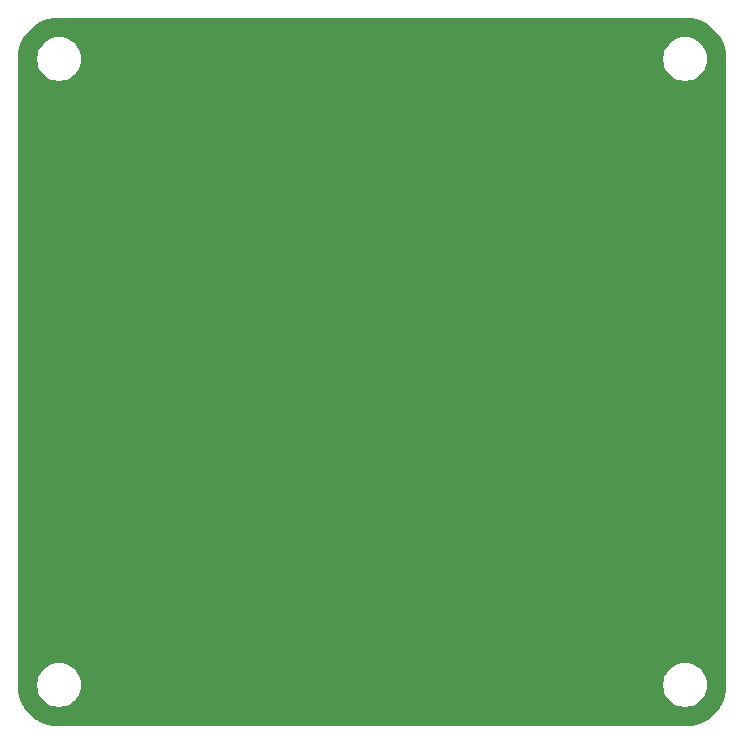
<source format=gbr>
%TF.GenerationSoftware,KiCad,Pcbnew,8.0.4*%
%TF.CreationDate,2024-08-27T17:02:55+01:00*%
%TF.ProjectId,Bottom Board,426f7474-6f6d-4204-926f-6172642e6b69,2*%
%TF.SameCoordinates,Original*%
%TF.FileFunction,Copper,L1,Top*%
%TF.FilePolarity,Positive*%
%FSLAX46Y46*%
G04 Gerber Fmt 4.6, Leading zero omitted, Abs format (unit mm)*
G04 Created by KiCad (PCBNEW 8.0.4) date 2024-08-27 17:02:55*
%MOMM*%
%LPD*%
G01*
G04 APERTURE LIST*
G04 APERTURE END LIST*
%TA.AperFunction,NonConductor*%
G36*
X131500840Y-40000010D02*
G01*
X131677619Y-40002323D01*
X131688938Y-40002990D01*
X132041445Y-40040040D01*
X132054252Y-40042070D01*
X132400130Y-40115588D01*
X132412665Y-40118947D01*
X132748965Y-40228218D01*
X132761082Y-40232869D01*
X133084131Y-40376698D01*
X133095679Y-40382583D01*
X133401918Y-40559390D01*
X133412800Y-40566457D01*
X133698877Y-40774304D01*
X133708960Y-40782469D01*
X133971742Y-41019079D01*
X133980920Y-41028257D01*
X134217530Y-41291039D01*
X134225698Y-41301126D01*
X134433540Y-41587196D01*
X134440609Y-41598081D01*
X134617412Y-41904312D01*
X134623305Y-41915877D01*
X134767130Y-42238917D01*
X134771781Y-42251034D01*
X134881052Y-42587334D01*
X134884411Y-42599871D01*
X134957928Y-42945741D01*
X134959959Y-42958560D01*
X134997008Y-43311051D01*
X134997676Y-43322391D01*
X134999989Y-43499159D01*
X135000000Y-43500781D01*
X135000000Y-96499218D01*
X134999989Y-96500840D01*
X134997676Y-96677608D01*
X134997008Y-96688948D01*
X134959959Y-97041439D01*
X134957928Y-97054258D01*
X134884411Y-97400128D01*
X134881052Y-97412665D01*
X134771781Y-97748965D01*
X134767130Y-97761082D01*
X134623305Y-98084122D01*
X134617412Y-98095687D01*
X134440609Y-98401918D01*
X134433540Y-98412803D01*
X134225698Y-98698873D01*
X134217530Y-98708960D01*
X133980920Y-98971742D01*
X133971742Y-98980920D01*
X133708960Y-99217530D01*
X133698873Y-99225698D01*
X133412803Y-99433540D01*
X133401918Y-99440609D01*
X133095687Y-99617412D01*
X133084122Y-99623305D01*
X132761082Y-99767130D01*
X132748965Y-99771781D01*
X132412665Y-99881052D01*
X132400128Y-99884411D01*
X132054258Y-99957928D01*
X132041439Y-99959959D01*
X131688948Y-99997008D01*
X131677608Y-99997676D01*
X131500841Y-99999989D01*
X131499219Y-100000000D01*
X78500781Y-100000000D01*
X78499159Y-99999989D01*
X78322391Y-99997676D01*
X78311051Y-99997008D01*
X77958560Y-99959959D01*
X77945741Y-99957928D01*
X77599871Y-99884411D01*
X77587334Y-99881052D01*
X77251034Y-99771781D01*
X77238917Y-99767130D01*
X76915877Y-99623305D01*
X76904312Y-99617412D01*
X76598081Y-99440609D01*
X76587196Y-99433540D01*
X76301126Y-99225698D01*
X76291039Y-99217530D01*
X76028257Y-98980920D01*
X76019079Y-98971742D01*
X75782469Y-98708960D01*
X75774301Y-98698873D01*
X75566459Y-98412803D01*
X75559390Y-98401918D01*
X75421581Y-98163226D01*
X75382583Y-98095679D01*
X75376698Y-98084131D01*
X75232869Y-97761082D01*
X75228218Y-97748965D01*
X75118947Y-97412665D01*
X75115588Y-97400128D01*
X75042071Y-97054258D01*
X75040040Y-97041439D01*
X75002990Y-96688938D01*
X75002323Y-96677619D01*
X75000011Y-96500840D01*
X75000000Y-96499218D01*
X75000000Y-96378711D01*
X76649500Y-96378711D01*
X76649500Y-96621288D01*
X76681161Y-96861785D01*
X76743947Y-97096104D01*
X76836773Y-97320205D01*
X76836776Y-97320212D01*
X76958064Y-97530289D01*
X76958066Y-97530292D01*
X76958067Y-97530293D01*
X77105733Y-97722736D01*
X77105739Y-97722743D01*
X77277256Y-97894260D01*
X77277262Y-97894265D01*
X77469711Y-98041936D01*
X77679788Y-98163224D01*
X77903900Y-98256054D01*
X78138211Y-98318838D01*
X78318586Y-98342584D01*
X78378711Y-98350500D01*
X78378712Y-98350500D01*
X78621289Y-98350500D01*
X78669388Y-98344167D01*
X78861789Y-98318838D01*
X79096100Y-98256054D01*
X79320212Y-98163224D01*
X79530289Y-98041936D01*
X79722738Y-97894265D01*
X79894265Y-97722738D01*
X80041936Y-97530289D01*
X80163224Y-97320212D01*
X80256054Y-97096100D01*
X80318838Y-96861789D01*
X80350500Y-96621288D01*
X80350500Y-96378712D01*
X80350500Y-96378711D01*
X129649500Y-96378711D01*
X129649500Y-96621288D01*
X129681161Y-96861785D01*
X129743947Y-97096104D01*
X129836773Y-97320205D01*
X129836776Y-97320212D01*
X129958064Y-97530289D01*
X129958066Y-97530292D01*
X129958067Y-97530293D01*
X130105733Y-97722736D01*
X130105739Y-97722743D01*
X130277256Y-97894260D01*
X130277262Y-97894265D01*
X130469711Y-98041936D01*
X130679788Y-98163224D01*
X130903900Y-98256054D01*
X131138211Y-98318838D01*
X131318586Y-98342584D01*
X131378711Y-98350500D01*
X131378712Y-98350500D01*
X131621289Y-98350500D01*
X131669388Y-98344167D01*
X131861789Y-98318838D01*
X132096100Y-98256054D01*
X132320212Y-98163224D01*
X132530289Y-98041936D01*
X132722738Y-97894265D01*
X132894265Y-97722738D01*
X133041936Y-97530289D01*
X133163224Y-97320212D01*
X133256054Y-97096100D01*
X133318838Y-96861789D01*
X133350500Y-96621288D01*
X133350500Y-96378712D01*
X133318838Y-96138211D01*
X133256054Y-95903900D01*
X133163224Y-95679788D01*
X133041936Y-95469711D01*
X132894265Y-95277262D01*
X132894260Y-95277256D01*
X132722743Y-95105739D01*
X132722736Y-95105733D01*
X132530293Y-94958067D01*
X132530292Y-94958066D01*
X132530289Y-94958064D01*
X132320212Y-94836776D01*
X132320205Y-94836773D01*
X132096104Y-94743947D01*
X131861785Y-94681161D01*
X131621289Y-94649500D01*
X131621288Y-94649500D01*
X131378712Y-94649500D01*
X131378711Y-94649500D01*
X131138214Y-94681161D01*
X130903895Y-94743947D01*
X130679794Y-94836773D01*
X130679785Y-94836777D01*
X130469706Y-94958067D01*
X130277263Y-95105733D01*
X130277256Y-95105739D01*
X130105739Y-95277256D01*
X130105733Y-95277263D01*
X129958067Y-95469706D01*
X129836777Y-95679785D01*
X129836773Y-95679794D01*
X129743947Y-95903895D01*
X129681161Y-96138214D01*
X129649500Y-96378711D01*
X80350500Y-96378711D01*
X80318838Y-96138211D01*
X80256054Y-95903900D01*
X80163224Y-95679788D01*
X80041936Y-95469711D01*
X79894265Y-95277262D01*
X79894260Y-95277256D01*
X79722743Y-95105739D01*
X79722736Y-95105733D01*
X79530293Y-94958067D01*
X79530292Y-94958066D01*
X79530289Y-94958064D01*
X79320212Y-94836776D01*
X79320205Y-94836773D01*
X79096104Y-94743947D01*
X78861785Y-94681161D01*
X78621289Y-94649500D01*
X78621288Y-94649500D01*
X78378712Y-94649500D01*
X78378711Y-94649500D01*
X78138214Y-94681161D01*
X77903895Y-94743947D01*
X77679794Y-94836773D01*
X77679785Y-94836777D01*
X77469706Y-94958067D01*
X77277263Y-95105733D01*
X77277256Y-95105739D01*
X77105739Y-95277256D01*
X77105733Y-95277263D01*
X76958067Y-95469706D01*
X76836777Y-95679785D01*
X76836773Y-95679794D01*
X76743947Y-95903895D01*
X76681161Y-96138214D01*
X76649500Y-96378711D01*
X75000000Y-96378711D01*
X75000000Y-43500781D01*
X75000011Y-43499159D01*
X75001586Y-43378711D01*
X76649500Y-43378711D01*
X76649500Y-43621288D01*
X76681161Y-43861785D01*
X76743947Y-44096104D01*
X76836773Y-44320205D01*
X76836776Y-44320212D01*
X76958064Y-44530289D01*
X76958066Y-44530292D01*
X76958067Y-44530293D01*
X77105733Y-44722736D01*
X77105739Y-44722743D01*
X77277256Y-44894260D01*
X77277262Y-44894265D01*
X77469711Y-45041936D01*
X77679788Y-45163224D01*
X77903900Y-45256054D01*
X78138211Y-45318838D01*
X78318586Y-45342584D01*
X78378711Y-45350500D01*
X78378712Y-45350500D01*
X78621289Y-45350500D01*
X78669388Y-45344167D01*
X78861789Y-45318838D01*
X79096100Y-45256054D01*
X79320212Y-45163224D01*
X79530289Y-45041936D01*
X79722738Y-44894265D01*
X79894265Y-44722738D01*
X80041936Y-44530289D01*
X80163224Y-44320212D01*
X80256054Y-44096100D01*
X80318838Y-43861789D01*
X80350500Y-43621288D01*
X80350500Y-43378712D01*
X80350500Y-43378711D01*
X129649500Y-43378711D01*
X129649500Y-43621288D01*
X129681161Y-43861785D01*
X129743947Y-44096104D01*
X129836773Y-44320205D01*
X129836776Y-44320212D01*
X129958064Y-44530289D01*
X129958066Y-44530292D01*
X129958067Y-44530293D01*
X130105733Y-44722736D01*
X130105739Y-44722743D01*
X130277256Y-44894260D01*
X130277262Y-44894265D01*
X130469711Y-45041936D01*
X130679788Y-45163224D01*
X130903900Y-45256054D01*
X131138211Y-45318838D01*
X131318586Y-45342584D01*
X131378711Y-45350500D01*
X131378712Y-45350500D01*
X131621289Y-45350500D01*
X131669388Y-45344167D01*
X131861789Y-45318838D01*
X132096100Y-45256054D01*
X132320212Y-45163224D01*
X132530289Y-45041936D01*
X132722738Y-44894265D01*
X132894265Y-44722738D01*
X133041936Y-44530289D01*
X133163224Y-44320212D01*
X133256054Y-44096100D01*
X133318838Y-43861789D01*
X133350500Y-43621288D01*
X133350500Y-43378712D01*
X133318838Y-43138211D01*
X133256054Y-42903900D01*
X133163224Y-42679788D01*
X133041936Y-42469711D01*
X132894265Y-42277262D01*
X132894260Y-42277256D01*
X132722743Y-42105739D01*
X132722736Y-42105733D01*
X132530293Y-41958067D01*
X132530292Y-41958066D01*
X132530289Y-41958064D01*
X132320212Y-41836776D01*
X132320205Y-41836773D01*
X132096104Y-41743947D01*
X131861785Y-41681161D01*
X131621289Y-41649500D01*
X131621288Y-41649500D01*
X131378712Y-41649500D01*
X131378711Y-41649500D01*
X131138214Y-41681161D01*
X130903895Y-41743947D01*
X130679794Y-41836773D01*
X130679785Y-41836777D01*
X130469706Y-41958067D01*
X130277263Y-42105733D01*
X130277256Y-42105739D01*
X130105739Y-42277256D01*
X130105733Y-42277263D01*
X129958067Y-42469706D01*
X129836777Y-42679785D01*
X129836773Y-42679794D01*
X129743947Y-42903895D01*
X129681161Y-43138214D01*
X129649500Y-43378711D01*
X80350500Y-43378711D01*
X80318838Y-43138211D01*
X80256054Y-42903900D01*
X80163224Y-42679788D01*
X80041936Y-42469711D01*
X79894265Y-42277262D01*
X79894260Y-42277256D01*
X79722743Y-42105739D01*
X79722736Y-42105733D01*
X79530293Y-41958067D01*
X79530292Y-41958066D01*
X79530289Y-41958064D01*
X79320212Y-41836776D01*
X79320205Y-41836773D01*
X79096104Y-41743947D01*
X78861785Y-41681161D01*
X78621289Y-41649500D01*
X78621288Y-41649500D01*
X78378712Y-41649500D01*
X78378711Y-41649500D01*
X78138214Y-41681161D01*
X77903895Y-41743947D01*
X77679794Y-41836773D01*
X77679785Y-41836777D01*
X77469706Y-41958067D01*
X77277263Y-42105733D01*
X77277256Y-42105739D01*
X77105739Y-42277256D01*
X77105733Y-42277263D01*
X76958067Y-42469706D01*
X76836777Y-42679785D01*
X76836773Y-42679794D01*
X76743947Y-42903895D01*
X76681161Y-43138214D01*
X76649500Y-43378711D01*
X75001586Y-43378711D01*
X75002323Y-43322379D01*
X75002990Y-43311062D01*
X75040041Y-42958551D01*
X75042071Y-42945741D01*
X75115588Y-42599871D01*
X75118947Y-42587334D01*
X75228218Y-42251034D01*
X75232869Y-42238917D01*
X75376702Y-41915860D01*
X75382579Y-41904327D01*
X75559397Y-41598069D01*
X75566451Y-41587207D01*
X75774311Y-41301112D01*
X75782458Y-41291051D01*
X76019088Y-41028247D01*
X76028247Y-41019088D01*
X76291051Y-40782458D01*
X76301112Y-40774311D01*
X76587207Y-40566451D01*
X76598069Y-40559397D01*
X76904327Y-40382579D01*
X76915860Y-40376702D01*
X77238923Y-40232866D01*
X77251028Y-40228220D01*
X77587340Y-40118945D01*
X77599864Y-40115589D01*
X77945750Y-40042069D01*
X77958551Y-40040041D01*
X78311062Y-40002990D01*
X78322379Y-40002323D01*
X78499159Y-40000010D01*
X78500781Y-40000000D01*
X131499219Y-40000000D01*
X131500840Y-40000010D01*
G37*
%TD.AperFunction*%
M02*

</source>
